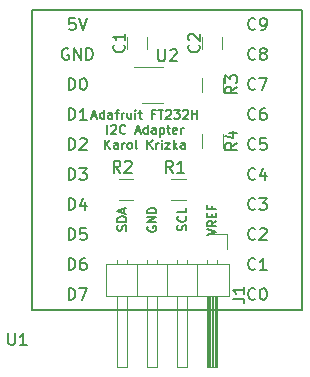
<source format=gbr>
G04 #@! TF.FileFunction,Legend,Top*
%FSLAX46Y46*%
G04 Gerber Fmt 4.6, Leading zero omitted, Abs format (unit mm)*
G04 Created by KiCad (PCBNEW 4.0.6) date Thu Jan  4 19:06:44 2018*
%MOMM*%
%LPD*%
G01*
G04 APERTURE LIST*
%ADD10C,0.100000*%
%ADD11C,0.127000*%
%ADD12C,0.150000*%
%ADD13C,0.120000*%
G04 APERTURE END LIST*
D10*
D11*
X142221857Y-87757000D02*
X142584714Y-87757000D01*
X142149285Y-87974714D02*
X142403285Y-87212714D01*
X142657285Y-87974714D01*
X143237857Y-87974714D02*
X143237857Y-87212714D01*
X143237857Y-87938429D02*
X143165286Y-87974714D01*
X143020143Y-87974714D01*
X142947571Y-87938429D01*
X142911286Y-87902143D01*
X142875000Y-87829571D01*
X142875000Y-87611857D01*
X142911286Y-87539286D01*
X142947571Y-87503000D01*
X143020143Y-87466714D01*
X143165286Y-87466714D01*
X143237857Y-87503000D01*
X143927286Y-87974714D02*
X143927286Y-87575571D01*
X143891000Y-87503000D01*
X143818429Y-87466714D01*
X143673286Y-87466714D01*
X143600715Y-87503000D01*
X143927286Y-87938429D02*
X143854715Y-87974714D01*
X143673286Y-87974714D01*
X143600715Y-87938429D01*
X143564429Y-87865857D01*
X143564429Y-87793286D01*
X143600715Y-87720714D01*
X143673286Y-87684429D01*
X143854715Y-87684429D01*
X143927286Y-87648143D01*
X144181286Y-87466714D02*
X144471572Y-87466714D01*
X144290144Y-87974714D02*
X144290144Y-87321571D01*
X144326429Y-87249000D01*
X144399001Y-87212714D01*
X144471572Y-87212714D01*
X144725573Y-87974714D02*
X144725573Y-87466714D01*
X144725573Y-87611857D02*
X144761858Y-87539286D01*
X144798144Y-87503000D01*
X144870715Y-87466714D01*
X144943287Y-87466714D01*
X145523858Y-87466714D02*
X145523858Y-87974714D01*
X145197287Y-87466714D02*
X145197287Y-87865857D01*
X145233572Y-87938429D01*
X145306144Y-87974714D01*
X145415001Y-87974714D01*
X145487572Y-87938429D01*
X145523858Y-87902143D01*
X145886716Y-87974714D02*
X145886716Y-87466714D01*
X145886716Y-87212714D02*
X145850430Y-87249000D01*
X145886716Y-87285286D01*
X145923001Y-87249000D01*
X145886716Y-87212714D01*
X145886716Y-87285286D01*
X146140715Y-87466714D02*
X146431001Y-87466714D01*
X146249573Y-87212714D02*
X146249573Y-87865857D01*
X146285858Y-87938429D01*
X146358430Y-87974714D01*
X146431001Y-87974714D01*
X147519573Y-87575571D02*
X147265573Y-87575571D01*
X147265573Y-87974714D02*
X147265573Y-87212714D01*
X147628430Y-87212714D01*
X147809858Y-87212714D02*
X148245287Y-87212714D01*
X148027573Y-87974714D02*
X148027573Y-87212714D01*
X148463001Y-87285286D02*
X148499287Y-87249000D01*
X148571858Y-87212714D01*
X148753287Y-87212714D01*
X148825858Y-87249000D01*
X148862144Y-87285286D01*
X148898429Y-87357857D01*
X148898429Y-87430429D01*
X148862144Y-87539286D01*
X148426715Y-87974714D01*
X148898429Y-87974714D01*
X149152429Y-87212714D02*
X149624143Y-87212714D01*
X149370143Y-87503000D01*
X149479001Y-87503000D01*
X149551572Y-87539286D01*
X149587858Y-87575571D01*
X149624143Y-87648143D01*
X149624143Y-87829571D01*
X149587858Y-87902143D01*
X149551572Y-87938429D01*
X149479001Y-87974714D01*
X149261286Y-87974714D01*
X149188715Y-87938429D01*
X149152429Y-87902143D01*
X149914429Y-87285286D02*
X149950715Y-87249000D01*
X150023286Y-87212714D01*
X150204715Y-87212714D01*
X150277286Y-87249000D01*
X150313572Y-87285286D01*
X150349857Y-87357857D01*
X150349857Y-87430429D01*
X150313572Y-87539286D01*
X149878143Y-87974714D01*
X150349857Y-87974714D01*
X150676429Y-87974714D02*
X150676429Y-87212714D01*
X150676429Y-87575571D02*
X151111857Y-87575571D01*
X151111857Y-87974714D02*
X151111857Y-87212714D01*
X143510000Y-89244714D02*
X143510000Y-88482714D01*
X143836571Y-88555286D02*
X143872857Y-88519000D01*
X143945428Y-88482714D01*
X144126857Y-88482714D01*
X144199428Y-88519000D01*
X144235714Y-88555286D01*
X144271999Y-88627857D01*
X144271999Y-88700429D01*
X144235714Y-88809286D01*
X143800285Y-89244714D01*
X144271999Y-89244714D01*
X145033999Y-89172143D02*
X144997713Y-89208429D01*
X144888856Y-89244714D01*
X144816285Y-89244714D01*
X144707428Y-89208429D01*
X144634856Y-89135857D01*
X144598571Y-89063286D01*
X144562285Y-88918143D01*
X144562285Y-88809286D01*
X144598571Y-88664143D01*
X144634856Y-88591571D01*
X144707428Y-88519000D01*
X144816285Y-88482714D01*
X144888856Y-88482714D01*
X144997713Y-88519000D01*
X145033999Y-88555286D01*
X145904856Y-89027000D02*
X146267713Y-89027000D01*
X145832284Y-89244714D02*
X146086284Y-88482714D01*
X146340284Y-89244714D01*
X146920856Y-89244714D02*
X146920856Y-88482714D01*
X146920856Y-89208429D02*
X146848285Y-89244714D01*
X146703142Y-89244714D01*
X146630570Y-89208429D01*
X146594285Y-89172143D01*
X146557999Y-89099571D01*
X146557999Y-88881857D01*
X146594285Y-88809286D01*
X146630570Y-88773000D01*
X146703142Y-88736714D01*
X146848285Y-88736714D01*
X146920856Y-88773000D01*
X147610285Y-89244714D02*
X147610285Y-88845571D01*
X147573999Y-88773000D01*
X147501428Y-88736714D01*
X147356285Y-88736714D01*
X147283714Y-88773000D01*
X147610285Y-89208429D02*
X147537714Y-89244714D01*
X147356285Y-89244714D01*
X147283714Y-89208429D01*
X147247428Y-89135857D01*
X147247428Y-89063286D01*
X147283714Y-88990714D01*
X147356285Y-88954429D01*
X147537714Y-88954429D01*
X147610285Y-88918143D01*
X147973143Y-88736714D02*
X147973143Y-89498714D01*
X147973143Y-88773000D02*
X148045714Y-88736714D01*
X148190857Y-88736714D01*
X148263428Y-88773000D01*
X148299714Y-88809286D01*
X148336000Y-88881857D01*
X148336000Y-89099571D01*
X148299714Y-89172143D01*
X148263428Y-89208429D01*
X148190857Y-89244714D01*
X148045714Y-89244714D01*
X147973143Y-89208429D01*
X148553714Y-88736714D02*
X148844000Y-88736714D01*
X148662572Y-88482714D02*
X148662572Y-89135857D01*
X148698857Y-89208429D01*
X148771429Y-89244714D01*
X148844000Y-89244714D01*
X149388286Y-89208429D02*
X149315715Y-89244714D01*
X149170572Y-89244714D01*
X149098001Y-89208429D01*
X149061715Y-89135857D01*
X149061715Y-88845571D01*
X149098001Y-88773000D01*
X149170572Y-88736714D01*
X149315715Y-88736714D01*
X149388286Y-88773000D01*
X149424572Y-88845571D01*
X149424572Y-88918143D01*
X149061715Y-88990714D01*
X149751144Y-89244714D02*
X149751144Y-88736714D01*
X149751144Y-88881857D02*
X149787429Y-88809286D01*
X149823715Y-88773000D01*
X149896286Y-88736714D01*
X149968858Y-88736714D01*
X143310429Y-90514714D02*
X143310429Y-89752714D01*
X143745857Y-90514714D02*
X143419286Y-90079286D01*
X143745857Y-89752714D02*
X143310429Y-90188143D01*
X144399000Y-90514714D02*
X144399000Y-90115571D01*
X144362714Y-90043000D01*
X144290143Y-90006714D01*
X144145000Y-90006714D01*
X144072429Y-90043000D01*
X144399000Y-90478429D02*
X144326429Y-90514714D01*
X144145000Y-90514714D01*
X144072429Y-90478429D01*
X144036143Y-90405857D01*
X144036143Y-90333286D01*
X144072429Y-90260714D01*
X144145000Y-90224429D01*
X144326429Y-90224429D01*
X144399000Y-90188143D01*
X144761858Y-90514714D02*
X144761858Y-90006714D01*
X144761858Y-90151857D02*
X144798143Y-90079286D01*
X144834429Y-90043000D01*
X144907000Y-90006714D01*
X144979572Y-90006714D01*
X145342429Y-90514714D02*
X145269857Y-90478429D01*
X145233572Y-90442143D01*
X145197286Y-90369571D01*
X145197286Y-90151857D01*
X145233572Y-90079286D01*
X145269857Y-90043000D01*
X145342429Y-90006714D01*
X145451286Y-90006714D01*
X145523857Y-90043000D01*
X145560143Y-90079286D01*
X145596429Y-90151857D01*
X145596429Y-90369571D01*
X145560143Y-90442143D01*
X145523857Y-90478429D01*
X145451286Y-90514714D01*
X145342429Y-90514714D01*
X146031858Y-90514714D02*
X145959286Y-90478429D01*
X145923001Y-90405857D01*
X145923001Y-89752714D01*
X146902715Y-90514714D02*
X146902715Y-89752714D01*
X147338143Y-90514714D02*
X147011572Y-90079286D01*
X147338143Y-89752714D02*
X146902715Y-90188143D01*
X147664715Y-90514714D02*
X147664715Y-90006714D01*
X147664715Y-90151857D02*
X147701000Y-90079286D01*
X147737286Y-90043000D01*
X147809857Y-90006714D01*
X147882429Y-90006714D01*
X148136429Y-90514714D02*
X148136429Y-90006714D01*
X148136429Y-89752714D02*
X148100143Y-89789000D01*
X148136429Y-89825286D01*
X148172714Y-89789000D01*
X148136429Y-89752714D01*
X148136429Y-89825286D01*
X148426714Y-90006714D02*
X148825857Y-90006714D01*
X148426714Y-90514714D01*
X148825857Y-90514714D01*
X149116143Y-90514714D02*
X149116143Y-89752714D01*
X149188714Y-90224429D02*
X149406428Y-90514714D01*
X149406428Y-90006714D02*
X149116143Y-90297000D01*
X150059571Y-90514714D02*
X150059571Y-90115571D01*
X150023285Y-90043000D01*
X149950714Y-90006714D01*
X149805571Y-90006714D01*
X149733000Y-90043000D01*
X150059571Y-90478429D02*
X149987000Y-90514714D01*
X149805571Y-90514714D01*
X149733000Y-90478429D01*
X149696714Y-90405857D01*
X149696714Y-90333286D01*
X149733000Y-90260714D01*
X149805571Y-90224429D01*
X149987000Y-90224429D01*
X150059571Y-90188143D01*
X145088429Y-97445285D02*
X145124714Y-97336428D01*
X145124714Y-97154999D01*
X145088429Y-97082428D01*
X145052143Y-97046142D01*
X144979571Y-97009857D01*
X144907000Y-97009857D01*
X144834429Y-97046142D01*
X144798143Y-97082428D01*
X144761857Y-97154999D01*
X144725571Y-97300142D01*
X144689286Y-97372714D01*
X144653000Y-97408999D01*
X144580429Y-97445285D01*
X144507857Y-97445285D01*
X144435286Y-97408999D01*
X144399000Y-97372714D01*
X144362714Y-97300142D01*
X144362714Y-97118714D01*
X144399000Y-97009857D01*
X145124714Y-96683285D02*
X144362714Y-96683285D01*
X144362714Y-96501857D01*
X144399000Y-96393000D01*
X144471571Y-96320428D01*
X144544143Y-96284143D01*
X144689286Y-96247857D01*
X144798143Y-96247857D01*
X144943286Y-96284143D01*
X145015857Y-96320428D01*
X145088429Y-96393000D01*
X145124714Y-96501857D01*
X145124714Y-96683285D01*
X144907000Y-95957571D02*
X144907000Y-95594714D01*
X145124714Y-96030143D02*
X144362714Y-95776143D01*
X145124714Y-95522143D01*
X146939000Y-97100572D02*
X146902714Y-97173143D01*
X146902714Y-97282000D01*
X146939000Y-97390857D01*
X147011571Y-97463429D01*
X147084143Y-97499714D01*
X147229286Y-97536000D01*
X147338143Y-97536000D01*
X147483286Y-97499714D01*
X147555857Y-97463429D01*
X147628429Y-97390857D01*
X147664714Y-97282000D01*
X147664714Y-97209429D01*
X147628429Y-97100572D01*
X147592143Y-97064286D01*
X147338143Y-97064286D01*
X147338143Y-97209429D01*
X147664714Y-96737714D02*
X146902714Y-96737714D01*
X147664714Y-96302286D01*
X146902714Y-96302286D01*
X147664714Y-95939428D02*
X146902714Y-95939428D01*
X146902714Y-95758000D01*
X146939000Y-95649143D01*
X147011571Y-95576571D01*
X147084143Y-95540286D01*
X147229286Y-95504000D01*
X147338143Y-95504000D01*
X147483286Y-95540286D01*
X147555857Y-95576571D01*
X147628429Y-95649143D01*
X147664714Y-95758000D01*
X147664714Y-95939428D01*
X150168429Y-97427142D02*
X150204714Y-97318285D01*
X150204714Y-97136856D01*
X150168429Y-97064285D01*
X150132143Y-97027999D01*
X150059571Y-96991714D01*
X149987000Y-96991714D01*
X149914429Y-97027999D01*
X149878143Y-97064285D01*
X149841857Y-97136856D01*
X149805571Y-97281999D01*
X149769286Y-97354571D01*
X149733000Y-97390856D01*
X149660429Y-97427142D01*
X149587857Y-97427142D01*
X149515286Y-97390856D01*
X149479000Y-97354571D01*
X149442714Y-97281999D01*
X149442714Y-97100571D01*
X149479000Y-96991714D01*
X150132143Y-96229714D02*
X150168429Y-96266000D01*
X150204714Y-96374857D01*
X150204714Y-96447428D01*
X150168429Y-96556285D01*
X150095857Y-96628857D01*
X150023286Y-96665142D01*
X149878143Y-96701428D01*
X149769286Y-96701428D01*
X149624143Y-96665142D01*
X149551571Y-96628857D01*
X149479000Y-96556285D01*
X149442714Y-96447428D01*
X149442714Y-96374857D01*
X149479000Y-96266000D01*
X149515286Y-96229714D01*
X150204714Y-95540285D02*
X150204714Y-95903142D01*
X149442714Y-95903142D01*
X151982714Y-97826286D02*
X152744714Y-97572286D01*
X151982714Y-97318286D01*
X152744714Y-96628857D02*
X152381857Y-96882857D01*
X152744714Y-97064285D02*
X151982714Y-97064285D01*
X151982714Y-96774000D01*
X152019000Y-96701428D01*
X152055286Y-96665143D01*
X152127857Y-96628857D01*
X152236714Y-96628857D01*
X152309286Y-96665143D01*
X152345571Y-96701428D01*
X152381857Y-96774000D01*
X152381857Y-97064285D01*
X152345571Y-96302285D02*
X152345571Y-96048285D01*
X152744714Y-95939428D02*
X152744714Y-96302285D01*
X151982714Y-96302285D01*
X151982714Y-95939428D01*
X152345571Y-95358856D02*
X152345571Y-95612856D01*
X152744714Y-95612856D02*
X151982714Y-95612856D01*
X151982714Y-95249999D01*
D12*
X137160000Y-104140000D02*
X137160000Y-78740000D01*
X160020000Y-104140000D02*
X137160000Y-104140000D01*
X160020000Y-78740000D02*
X160020000Y-104140000D01*
X137160000Y-78740000D02*
X160020000Y-78740000D01*
D13*
X145200000Y-81050000D02*
X145200000Y-82050000D01*
X146900000Y-82050000D02*
X146900000Y-81050000D01*
X151550000Y-81050000D02*
X151550000Y-82050000D01*
X153250000Y-82050000D02*
X153250000Y-81050000D01*
X153790000Y-100280000D02*
X151130000Y-100280000D01*
X151130000Y-100280000D02*
X151130000Y-103020000D01*
X151130000Y-103020000D02*
X153790000Y-103020000D01*
X153790000Y-103020000D02*
X153790000Y-100280000D01*
X152840000Y-103020000D02*
X151960000Y-103020000D01*
X151960000Y-103020000D02*
X151960000Y-109020000D01*
X151960000Y-109020000D02*
X152840000Y-109020000D01*
X152840000Y-109020000D02*
X152840000Y-103020000D01*
X152840000Y-99970000D02*
X152840000Y-100280000D01*
X151960000Y-99970000D02*
X151960000Y-100280000D01*
X152720000Y-103020000D02*
X152720000Y-109020000D01*
X152600000Y-103020000D02*
X152600000Y-109020000D01*
X152480000Y-103020000D02*
X152480000Y-109020000D01*
X152360000Y-103020000D02*
X152360000Y-109020000D01*
X152240000Y-103020000D02*
X152240000Y-109020000D01*
X152120000Y-103020000D02*
X152120000Y-109020000D01*
X152000000Y-103020000D02*
X152000000Y-109020000D01*
X151130000Y-100280000D02*
X148590000Y-100280000D01*
X148590000Y-100280000D02*
X148590000Y-103020000D01*
X148590000Y-103020000D02*
X151130000Y-103020000D01*
X151130000Y-103020000D02*
X151130000Y-100280000D01*
X150300000Y-103020000D02*
X149420000Y-103020000D01*
X149420000Y-103020000D02*
X149420000Y-109020000D01*
X149420000Y-109020000D02*
X150300000Y-109020000D01*
X150300000Y-109020000D02*
X150300000Y-103020000D01*
X150300000Y-99970000D02*
X150300000Y-100280000D01*
X149420000Y-99970000D02*
X149420000Y-100280000D01*
X148590000Y-100280000D02*
X146050000Y-100280000D01*
X146050000Y-100280000D02*
X146050000Y-103020000D01*
X146050000Y-103020000D02*
X148590000Y-103020000D01*
X148590000Y-103020000D02*
X148590000Y-100280000D01*
X147760000Y-103020000D02*
X146880000Y-103020000D01*
X146880000Y-103020000D02*
X146880000Y-109020000D01*
X146880000Y-109020000D02*
X147760000Y-109020000D01*
X147760000Y-109020000D02*
X147760000Y-103020000D01*
X147760000Y-99970000D02*
X147760000Y-100280000D01*
X146880000Y-99970000D02*
X146880000Y-100280000D01*
X146050000Y-100280000D02*
X143390000Y-100280000D01*
X143390000Y-100280000D02*
X143390000Y-103020000D01*
X143390000Y-103020000D02*
X146050000Y-103020000D01*
X146050000Y-103020000D02*
X146050000Y-100280000D01*
X145220000Y-103020000D02*
X144340000Y-103020000D01*
X144340000Y-103020000D02*
X144340000Y-109020000D01*
X144340000Y-109020000D02*
X145220000Y-109020000D01*
X145220000Y-109020000D02*
X145220000Y-103020000D01*
X145220000Y-99970000D02*
X145220000Y-100280000D01*
X144340000Y-99970000D02*
X144340000Y-100280000D01*
X152400000Y-97730000D02*
X153670000Y-97730000D01*
X153670000Y-97730000D02*
X153670000Y-99000000D01*
X148940000Y-93100000D02*
X150140000Y-93100000D01*
X150140000Y-94860000D02*
X148940000Y-94860000D01*
X144495000Y-93100000D02*
X145695000Y-93100000D01*
X145695000Y-94860000D02*
X144495000Y-94860000D01*
X151520000Y-85690000D02*
X151520000Y-84490000D01*
X153280000Y-84490000D02*
X153280000Y-85690000D01*
X151520000Y-90450000D02*
X151520000Y-89250000D01*
X153280000Y-89250000D02*
X153280000Y-90450000D01*
X146440000Y-86650000D02*
X148200000Y-86650000D01*
X148200000Y-83580000D02*
X145770000Y-83580000D01*
D12*
X135128095Y-106132381D02*
X135128095Y-106941905D01*
X135175714Y-107037143D01*
X135223333Y-107084762D01*
X135318571Y-107132381D01*
X135509048Y-107132381D01*
X135604286Y-107084762D01*
X135651905Y-107037143D01*
X135699524Y-106941905D01*
X135699524Y-106132381D01*
X136699524Y-107132381D02*
X136128095Y-107132381D01*
X136413809Y-107132381D02*
X136413809Y-106132381D01*
X136318571Y-106275238D01*
X136223333Y-106370476D01*
X136128095Y-106418095D01*
X156043334Y-98147143D02*
X155995715Y-98194762D01*
X155852858Y-98242381D01*
X155757620Y-98242381D01*
X155614762Y-98194762D01*
X155519524Y-98099524D01*
X155471905Y-98004286D01*
X155424286Y-97813810D01*
X155424286Y-97670952D01*
X155471905Y-97480476D01*
X155519524Y-97385238D01*
X155614762Y-97290000D01*
X155757620Y-97242381D01*
X155852858Y-97242381D01*
X155995715Y-97290000D01*
X156043334Y-97337619D01*
X156424286Y-97337619D02*
X156471905Y-97290000D01*
X156567143Y-97242381D01*
X156805239Y-97242381D01*
X156900477Y-97290000D01*
X156948096Y-97337619D01*
X156995715Y-97432857D01*
X156995715Y-97528095D01*
X156948096Y-97670952D01*
X156376667Y-98242381D01*
X156995715Y-98242381D01*
X156043334Y-100687143D02*
X155995715Y-100734762D01*
X155852858Y-100782381D01*
X155757620Y-100782381D01*
X155614762Y-100734762D01*
X155519524Y-100639524D01*
X155471905Y-100544286D01*
X155424286Y-100353810D01*
X155424286Y-100210952D01*
X155471905Y-100020476D01*
X155519524Y-99925238D01*
X155614762Y-99830000D01*
X155757620Y-99782381D01*
X155852858Y-99782381D01*
X155995715Y-99830000D01*
X156043334Y-99877619D01*
X156995715Y-100782381D02*
X156424286Y-100782381D01*
X156710000Y-100782381D02*
X156710000Y-99782381D01*
X156614762Y-99925238D01*
X156519524Y-100020476D01*
X156424286Y-100068095D01*
X156043334Y-103227143D02*
X155995715Y-103274762D01*
X155852858Y-103322381D01*
X155757620Y-103322381D01*
X155614762Y-103274762D01*
X155519524Y-103179524D01*
X155471905Y-103084286D01*
X155424286Y-102893810D01*
X155424286Y-102750952D01*
X155471905Y-102560476D01*
X155519524Y-102465238D01*
X155614762Y-102370000D01*
X155757620Y-102322381D01*
X155852858Y-102322381D01*
X155995715Y-102370000D01*
X156043334Y-102417619D01*
X156662381Y-102322381D02*
X156757620Y-102322381D01*
X156852858Y-102370000D01*
X156900477Y-102417619D01*
X156948096Y-102512857D01*
X156995715Y-102703333D01*
X156995715Y-102941429D01*
X156948096Y-103131905D01*
X156900477Y-103227143D01*
X156852858Y-103274762D01*
X156757620Y-103322381D01*
X156662381Y-103322381D01*
X156567143Y-103274762D01*
X156519524Y-103227143D01*
X156471905Y-103131905D01*
X156424286Y-102941429D01*
X156424286Y-102703333D01*
X156471905Y-102512857D01*
X156519524Y-102417619D01*
X156567143Y-102370000D01*
X156662381Y-102322381D01*
X156043334Y-95607143D02*
X155995715Y-95654762D01*
X155852858Y-95702381D01*
X155757620Y-95702381D01*
X155614762Y-95654762D01*
X155519524Y-95559524D01*
X155471905Y-95464286D01*
X155424286Y-95273810D01*
X155424286Y-95130952D01*
X155471905Y-94940476D01*
X155519524Y-94845238D01*
X155614762Y-94750000D01*
X155757620Y-94702381D01*
X155852858Y-94702381D01*
X155995715Y-94750000D01*
X156043334Y-94797619D01*
X156376667Y-94702381D02*
X156995715Y-94702381D01*
X156662381Y-95083333D01*
X156805239Y-95083333D01*
X156900477Y-95130952D01*
X156948096Y-95178571D01*
X156995715Y-95273810D01*
X156995715Y-95511905D01*
X156948096Y-95607143D01*
X156900477Y-95654762D01*
X156805239Y-95702381D01*
X156519524Y-95702381D01*
X156424286Y-95654762D01*
X156376667Y-95607143D01*
X156043334Y-93067143D02*
X155995715Y-93114762D01*
X155852858Y-93162381D01*
X155757620Y-93162381D01*
X155614762Y-93114762D01*
X155519524Y-93019524D01*
X155471905Y-92924286D01*
X155424286Y-92733810D01*
X155424286Y-92590952D01*
X155471905Y-92400476D01*
X155519524Y-92305238D01*
X155614762Y-92210000D01*
X155757620Y-92162381D01*
X155852858Y-92162381D01*
X155995715Y-92210000D01*
X156043334Y-92257619D01*
X156900477Y-92495714D02*
X156900477Y-93162381D01*
X156662381Y-92114762D02*
X156424286Y-92829048D01*
X157043334Y-92829048D01*
X156043334Y-90527143D02*
X155995715Y-90574762D01*
X155852858Y-90622381D01*
X155757620Y-90622381D01*
X155614762Y-90574762D01*
X155519524Y-90479524D01*
X155471905Y-90384286D01*
X155424286Y-90193810D01*
X155424286Y-90050952D01*
X155471905Y-89860476D01*
X155519524Y-89765238D01*
X155614762Y-89670000D01*
X155757620Y-89622381D01*
X155852858Y-89622381D01*
X155995715Y-89670000D01*
X156043334Y-89717619D01*
X156948096Y-89622381D02*
X156471905Y-89622381D01*
X156424286Y-90098571D01*
X156471905Y-90050952D01*
X156567143Y-90003333D01*
X156805239Y-90003333D01*
X156900477Y-90050952D01*
X156948096Y-90098571D01*
X156995715Y-90193810D01*
X156995715Y-90431905D01*
X156948096Y-90527143D01*
X156900477Y-90574762D01*
X156805239Y-90622381D01*
X156567143Y-90622381D01*
X156471905Y-90574762D01*
X156424286Y-90527143D01*
X156043334Y-87987143D02*
X155995715Y-88034762D01*
X155852858Y-88082381D01*
X155757620Y-88082381D01*
X155614762Y-88034762D01*
X155519524Y-87939524D01*
X155471905Y-87844286D01*
X155424286Y-87653810D01*
X155424286Y-87510952D01*
X155471905Y-87320476D01*
X155519524Y-87225238D01*
X155614762Y-87130000D01*
X155757620Y-87082381D01*
X155852858Y-87082381D01*
X155995715Y-87130000D01*
X156043334Y-87177619D01*
X156900477Y-87082381D02*
X156710000Y-87082381D01*
X156614762Y-87130000D01*
X156567143Y-87177619D01*
X156471905Y-87320476D01*
X156424286Y-87510952D01*
X156424286Y-87891905D01*
X156471905Y-87987143D01*
X156519524Y-88034762D01*
X156614762Y-88082381D01*
X156805239Y-88082381D01*
X156900477Y-88034762D01*
X156948096Y-87987143D01*
X156995715Y-87891905D01*
X156995715Y-87653810D01*
X156948096Y-87558571D01*
X156900477Y-87510952D01*
X156805239Y-87463333D01*
X156614762Y-87463333D01*
X156519524Y-87510952D01*
X156471905Y-87558571D01*
X156424286Y-87653810D01*
X156043334Y-85447143D02*
X155995715Y-85494762D01*
X155852858Y-85542381D01*
X155757620Y-85542381D01*
X155614762Y-85494762D01*
X155519524Y-85399524D01*
X155471905Y-85304286D01*
X155424286Y-85113810D01*
X155424286Y-84970952D01*
X155471905Y-84780476D01*
X155519524Y-84685238D01*
X155614762Y-84590000D01*
X155757620Y-84542381D01*
X155852858Y-84542381D01*
X155995715Y-84590000D01*
X156043334Y-84637619D01*
X156376667Y-84542381D02*
X157043334Y-84542381D01*
X156614762Y-85542381D01*
X156043334Y-82907143D02*
X155995715Y-82954762D01*
X155852858Y-83002381D01*
X155757620Y-83002381D01*
X155614762Y-82954762D01*
X155519524Y-82859524D01*
X155471905Y-82764286D01*
X155424286Y-82573810D01*
X155424286Y-82430952D01*
X155471905Y-82240476D01*
X155519524Y-82145238D01*
X155614762Y-82050000D01*
X155757620Y-82002381D01*
X155852858Y-82002381D01*
X155995715Y-82050000D01*
X156043334Y-82097619D01*
X156614762Y-82430952D02*
X156519524Y-82383333D01*
X156471905Y-82335714D01*
X156424286Y-82240476D01*
X156424286Y-82192857D01*
X156471905Y-82097619D01*
X156519524Y-82050000D01*
X156614762Y-82002381D01*
X156805239Y-82002381D01*
X156900477Y-82050000D01*
X156948096Y-82097619D01*
X156995715Y-82192857D01*
X156995715Y-82240476D01*
X156948096Y-82335714D01*
X156900477Y-82383333D01*
X156805239Y-82430952D01*
X156614762Y-82430952D01*
X156519524Y-82478571D01*
X156471905Y-82526190D01*
X156424286Y-82621429D01*
X156424286Y-82811905D01*
X156471905Y-82907143D01*
X156519524Y-82954762D01*
X156614762Y-83002381D01*
X156805239Y-83002381D01*
X156900477Y-82954762D01*
X156948096Y-82907143D01*
X156995715Y-82811905D01*
X156995715Y-82621429D01*
X156948096Y-82526190D01*
X156900477Y-82478571D01*
X156805239Y-82430952D01*
X156043334Y-80367143D02*
X155995715Y-80414762D01*
X155852858Y-80462381D01*
X155757620Y-80462381D01*
X155614762Y-80414762D01*
X155519524Y-80319524D01*
X155471905Y-80224286D01*
X155424286Y-80033810D01*
X155424286Y-79890952D01*
X155471905Y-79700476D01*
X155519524Y-79605238D01*
X155614762Y-79510000D01*
X155757620Y-79462381D01*
X155852858Y-79462381D01*
X155995715Y-79510000D01*
X156043334Y-79557619D01*
X156519524Y-80462381D02*
X156710000Y-80462381D01*
X156805239Y-80414762D01*
X156852858Y-80367143D01*
X156948096Y-80224286D01*
X156995715Y-80033810D01*
X156995715Y-79652857D01*
X156948096Y-79557619D01*
X156900477Y-79510000D01*
X156805239Y-79462381D01*
X156614762Y-79462381D01*
X156519524Y-79510000D01*
X156471905Y-79557619D01*
X156424286Y-79652857D01*
X156424286Y-79890952D01*
X156471905Y-79986190D01*
X156519524Y-80033810D01*
X156614762Y-80081429D01*
X156805239Y-80081429D01*
X156900477Y-80033810D01*
X156948096Y-79986190D01*
X156995715Y-79890952D01*
X140231905Y-103322381D02*
X140231905Y-102322381D01*
X140470000Y-102322381D01*
X140612858Y-102370000D01*
X140708096Y-102465238D01*
X140755715Y-102560476D01*
X140803334Y-102750952D01*
X140803334Y-102893810D01*
X140755715Y-103084286D01*
X140708096Y-103179524D01*
X140612858Y-103274762D01*
X140470000Y-103322381D01*
X140231905Y-103322381D01*
X141136667Y-102322381D02*
X141803334Y-102322381D01*
X141374762Y-103322381D01*
X140231905Y-100782381D02*
X140231905Y-99782381D01*
X140470000Y-99782381D01*
X140612858Y-99830000D01*
X140708096Y-99925238D01*
X140755715Y-100020476D01*
X140803334Y-100210952D01*
X140803334Y-100353810D01*
X140755715Y-100544286D01*
X140708096Y-100639524D01*
X140612858Y-100734762D01*
X140470000Y-100782381D01*
X140231905Y-100782381D01*
X141660477Y-99782381D02*
X141470000Y-99782381D01*
X141374762Y-99830000D01*
X141327143Y-99877619D01*
X141231905Y-100020476D01*
X141184286Y-100210952D01*
X141184286Y-100591905D01*
X141231905Y-100687143D01*
X141279524Y-100734762D01*
X141374762Y-100782381D01*
X141565239Y-100782381D01*
X141660477Y-100734762D01*
X141708096Y-100687143D01*
X141755715Y-100591905D01*
X141755715Y-100353810D01*
X141708096Y-100258571D01*
X141660477Y-100210952D01*
X141565239Y-100163333D01*
X141374762Y-100163333D01*
X141279524Y-100210952D01*
X141231905Y-100258571D01*
X141184286Y-100353810D01*
X140231905Y-98242381D02*
X140231905Y-97242381D01*
X140470000Y-97242381D01*
X140612858Y-97290000D01*
X140708096Y-97385238D01*
X140755715Y-97480476D01*
X140803334Y-97670952D01*
X140803334Y-97813810D01*
X140755715Y-98004286D01*
X140708096Y-98099524D01*
X140612858Y-98194762D01*
X140470000Y-98242381D01*
X140231905Y-98242381D01*
X141708096Y-97242381D02*
X141231905Y-97242381D01*
X141184286Y-97718571D01*
X141231905Y-97670952D01*
X141327143Y-97623333D01*
X141565239Y-97623333D01*
X141660477Y-97670952D01*
X141708096Y-97718571D01*
X141755715Y-97813810D01*
X141755715Y-98051905D01*
X141708096Y-98147143D01*
X141660477Y-98194762D01*
X141565239Y-98242381D01*
X141327143Y-98242381D01*
X141231905Y-98194762D01*
X141184286Y-98147143D01*
X140231905Y-95702381D02*
X140231905Y-94702381D01*
X140470000Y-94702381D01*
X140612858Y-94750000D01*
X140708096Y-94845238D01*
X140755715Y-94940476D01*
X140803334Y-95130952D01*
X140803334Y-95273810D01*
X140755715Y-95464286D01*
X140708096Y-95559524D01*
X140612858Y-95654762D01*
X140470000Y-95702381D01*
X140231905Y-95702381D01*
X141660477Y-95035714D02*
X141660477Y-95702381D01*
X141422381Y-94654762D02*
X141184286Y-95369048D01*
X141803334Y-95369048D01*
X140231905Y-93162381D02*
X140231905Y-92162381D01*
X140470000Y-92162381D01*
X140612858Y-92210000D01*
X140708096Y-92305238D01*
X140755715Y-92400476D01*
X140803334Y-92590952D01*
X140803334Y-92733810D01*
X140755715Y-92924286D01*
X140708096Y-93019524D01*
X140612858Y-93114762D01*
X140470000Y-93162381D01*
X140231905Y-93162381D01*
X141136667Y-92162381D02*
X141755715Y-92162381D01*
X141422381Y-92543333D01*
X141565239Y-92543333D01*
X141660477Y-92590952D01*
X141708096Y-92638571D01*
X141755715Y-92733810D01*
X141755715Y-92971905D01*
X141708096Y-93067143D01*
X141660477Y-93114762D01*
X141565239Y-93162381D01*
X141279524Y-93162381D01*
X141184286Y-93114762D01*
X141136667Y-93067143D01*
X140231905Y-90622381D02*
X140231905Y-89622381D01*
X140470000Y-89622381D01*
X140612858Y-89670000D01*
X140708096Y-89765238D01*
X140755715Y-89860476D01*
X140803334Y-90050952D01*
X140803334Y-90193810D01*
X140755715Y-90384286D01*
X140708096Y-90479524D01*
X140612858Y-90574762D01*
X140470000Y-90622381D01*
X140231905Y-90622381D01*
X141184286Y-89717619D02*
X141231905Y-89670000D01*
X141327143Y-89622381D01*
X141565239Y-89622381D01*
X141660477Y-89670000D01*
X141708096Y-89717619D01*
X141755715Y-89812857D01*
X141755715Y-89908095D01*
X141708096Y-90050952D01*
X141136667Y-90622381D01*
X141755715Y-90622381D01*
X140231905Y-88082381D02*
X140231905Y-87082381D01*
X140470000Y-87082381D01*
X140612858Y-87130000D01*
X140708096Y-87225238D01*
X140755715Y-87320476D01*
X140803334Y-87510952D01*
X140803334Y-87653810D01*
X140755715Y-87844286D01*
X140708096Y-87939524D01*
X140612858Y-88034762D01*
X140470000Y-88082381D01*
X140231905Y-88082381D01*
X141755715Y-88082381D02*
X141184286Y-88082381D01*
X141470000Y-88082381D02*
X141470000Y-87082381D01*
X141374762Y-87225238D01*
X141279524Y-87320476D01*
X141184286Y-87368095D01*
X140231905Y-85542381D02*
X140231905Y-84542381D01*
X140470000Y-84542381D01*
X140612858Y-84590000D01*
X140708096Y-84685238D01*
X140755715Y-84780476D01*
X140803334Y-84970952D01*
X140803334Y-85113810D01*
X140755715Y-85304286D01*
X140708096Y-85399524D01*
X140612858Y-85494762D01*
X140470000Y-85542381D01*
X140231905Y-85542381D01*
X141422381Y-84542381D02*
X141517620Y-84542381D01*
X141612858Y-84590000D01*
X141660477Y-84637619D01*
X141708096Y-84732857D01*
X141755715Y-84923333D01*
X141755715Y-85161429D01*
X141708096Y-85351905D01*
X141660477Y-85447143D01*
X141612858Y-85494762D01*
X141517620Y-85542381D01*
X141422381Y-85542381D01*
X141327143Y-85494762D01*
X141279524Y-85447143D01*
X141231905Y-85351905D01*
X141184286Y-85161429D01*
X141184286Y-84923333D01*
X141231905Y-84732857D01*
X141279524Y-84637619D01*
X141327143Y-84590000D01*
X141422381Y-84542381D01*
X140208096Y-82050000D02*
X140112858Y-82002381D01*
X139970001Y-82002381D01*
X139827143Y-82050000D01*
X139731905Y-82145238D01*
X139684286Y-82240476D01*
X139636667Y-82430952D01*
X139636667Y-82573810D01*
X139684286Y-82764286D01*
X139731905Y-82859524D01*
X139827143Y-82954762D01*
X139970001Y-83002381D01*
X140065239Y-83002381D01*
X140208096Y-82954762D01*
X140255715Y-82907143D01*
X140255715Y-82573810D01*
X140065239Y-82573810D01*
X140684286Y-83002381D02*
X140684286Y-82002381D01*
X141255715Y-83002381D01*
X141255715Y-82002381D01*
X141731905Y-83002381D02*
X141731905Y-82002381D01*
X141970000Y-82002381D01*
X142112858Y-82050000D01*
X142208096Y-82145238D01*
X142255715Y-82240476D01*
X142303334Y-82430952D01*
X142303334Y-82573810D01*
X142255715Y-82764286D01*
X142208096Y-82859524D01*
X142112858Y-82954762D01*
X141970000Y-83002381D01*
X141731905Y-83002381D01*
X140779524Y-79462381D02*
X140303333Y-79462381D01*
X140255714Y-79938571D01*
X140303333Y-79890952D01*
X140398571Y-79843333D01*
X140636667Y-79843333D01*
X140731905Y-79890952D01*
X140779524Y-79938571D01*
X140827143Y-80033810D01*
X140827143Y-80271905D01*
X140779524Y-80367143D01*
X140731905Y-80414762D01*
X140636667Y-80462381D01*
X140398571Y-80462381D01*
X140303333Y-80414762D01*
X140255714Y-80367143D01*
X141112857Y-79462381D02*
X141446190Y-80462381D01*
X141779524Y-79462381D01*
X144907143Y-81716666D02*
X144954762Y-81764285D01*
X145002381Y-81907142D01*
X145002381Y-82002380D01*
X144954762Y-82145238D01*
X144859524Y-82240476D01*
X144764286Y-82288095D01*
X144573810Y-82335714D01*
X144430952Y-82335714D01*
X144240476Y-82288095D01*
X144145238Y-82240476D01*
X144050000Y-82145238D01*
X144002381Y-82002380D01*
X144002381Y-81907142D01*
X144050000Y-81764285D01*
X144097619Y-81716666D01*
X145002381Y-80764285D02*
X145002381Y-81335714D01*
X145002381Y-81050000D02*
X144002381Y-81050000D01*
X144145238Y-81145238D01*
X144240476Y-81240476D01*
X144288095Y-81335714D01*
X151257143Y-81716666D02*
X151304762Y-81764285D01*
X151352381Y-81907142D01*
X151352381Y-82002380D01*
X151304762Y-82145238D01*
X151209524Y-82240476D01*
X151114286Y-82288095D01*
X150923810Y-82335714D01*
X150780952Y-82335714D01*
X150590476Y-82288095D01*
X150495238Y-82240476D01*
X150400000Y-82145238D01*
X150352381Y-82002380D01*
X150352381Y-81907142D01*
X150400000Y-81764285D01*
X150447619Y-81716666D01*
X150447619Y-81335714D02*
X150400000Y-81288095D01*
X150352381Y-81192857D01*
X150352381Y-80954761D01*
X150400000Y-80859523D01*
X150447619Y-80811904D01*
X150542857Y-80764285D01*
X150638095Y-80764285D01*
X150780952Y-80811904D01*
X151352381Y-81383333D01*
X151352381Y-80764285D01*
X154122381Y-103203333D02*
X154836667Y-103203333D01*
X154979524Y-103250953D01*
X155074762Y-103346191D01*
X155122381Y-103489048D01*
X155122381Y-103584286D01*
X155122381Y-102203333D02*
X155122381Y-102774762D01*
X155122381Y-102489048D02*
X154122381Y-102489048D01*
X154265238Y-102584286D01*
X154360476Y-102679524D01*
X154408095Y-102774762D01*
X149058334Y-92527381D02*
X148725000Y-92051190D01*
X148486905Y-92527381D02*
X148486905Y-91527381D01*
X148867858Y-91527381D01*
X148963096Y-91575000D01*
X149010715Y-91622619D01*
X149058334Y-91717857D01*
X149058334Y-91860714D01*
X149010715Y-91955952D01*
X148963096Y-92003571D01*
X148867858Y-92051190D01*
X148486905Y-92051190D01*
X150010715Y-92527381D02*
X149439286Y-92527381D01*
X149725000Y-92527381D02*
X149725000Y-91527381D01*
X149629762Y-91670238D01*
X149534524Y-91765476D01*
X149439286Y-91813095D01*
X144613334Y-92527381D02*
X144280000Y-92051190D01*
X144041905Y-92527381D02*
X144041905Y-91527381D01*
X144422858Y-91527381D01*
X144518096Y-91575000D01*
X144565715Y-91622619D01*
X144613334Y-91717857D01*
X144613334Y-91860714D01*
X144565715Y-91955952D01*
X144518096Y-92003571D01*
X144422858Y-92051190D01*
X144041905Y-92051190D01*
X144994286Y-91622619D02*
X145041905Y-91575000D01*
X145137143Y-91527381D01*
X145375239Y-91527381D01*
X145470477Y-91575000D01*
X145518096Y-91622619D01*
X145565715Y-91717857D01*
X145565715Y-91813095D01*
X145518096Y-91955952D01*
X144946667Y-92527381D01*
X145565715Y-92527381D01*
X154502381Y-85256666D02*
X154026190Y-85590000D01*
X154502381Y-85828095D02*
X153502381Y-85828095D01*
X153502381Y-85447142D01*
X153550000Y-85351904D01*
X153597619Y-85304285D01*
X153692857Y-85256666D01*
X153835714Y-85256666D01*
X153930952Y-85304285D01*
X153978571Y-85351904D01*
X154026190Y-85447142D01*
X154026190Y-85828095D01*
X153502381Y-84923333D02*
X153502381Y-84304285D01*
X153883333Y-84637619D01*
X153883333Y-84494761D01*
X153930952Y-84399523D01*
X153978571Y-84351904D01*
X154073810Y-84304285D01*
X154311905Y-84304285D01*
X154407143Y-84351904D01*
X154454762Y-84399523D01*
X154502381Y-84494761D01*
X154502381Y-84780476D01*
X154454762Y-84875714D01*
X154407143Y-84923333D01*
X154502381Y-90016666D02*
X154026190Y-90350000D01*
X154502381Y-90588095D02*
X153502381Y-90588095D01*
X153502381Y-90207142D01*
X153550000Y-90111904D01*
X153597619Y-90064285D01*
X153692857Y-90016666D01*
X153835714Y-90016666D01*
X153930952Y-90064285D01*
X153978571Y-90111904D01*
X154026190Y-90207142D01*
X154026190Y-90588095D01*
X153835714Y-89159523D02*
X154502381Y-89159523D01*
X153454762Y-89397619D02*
X154169048Y-89635714D01*
X154169048Y-89016666D01*
X147828095Y-82092381D02*
X147828095Y-82901905D01*
X147875714Y-82997143D01*
X147923333Y-83044762D01*
X148018571Y-83092381D01*
X148209048Y-83092381D01*
X148304286Y-83044762D01*
X148351905Y-82997143D01*
X148399524Y-82901905D01*
X148399524Y-82092381D01*
X148828095Y-82187619D02*
X148875714Y-82140000D01*
X148970952Y-82092381D01*
X149209048Y-82092381D01*
X149304286Y-82140000D01*
X149351905Y-82187619D01*
X149399524Y-82282857D01*
X149399524Y-82378095D01*
X149351905Y-82520952D01*
X148780476Y-83092381D01*
X149399524Y-83092381D01*
M02*

</source>
